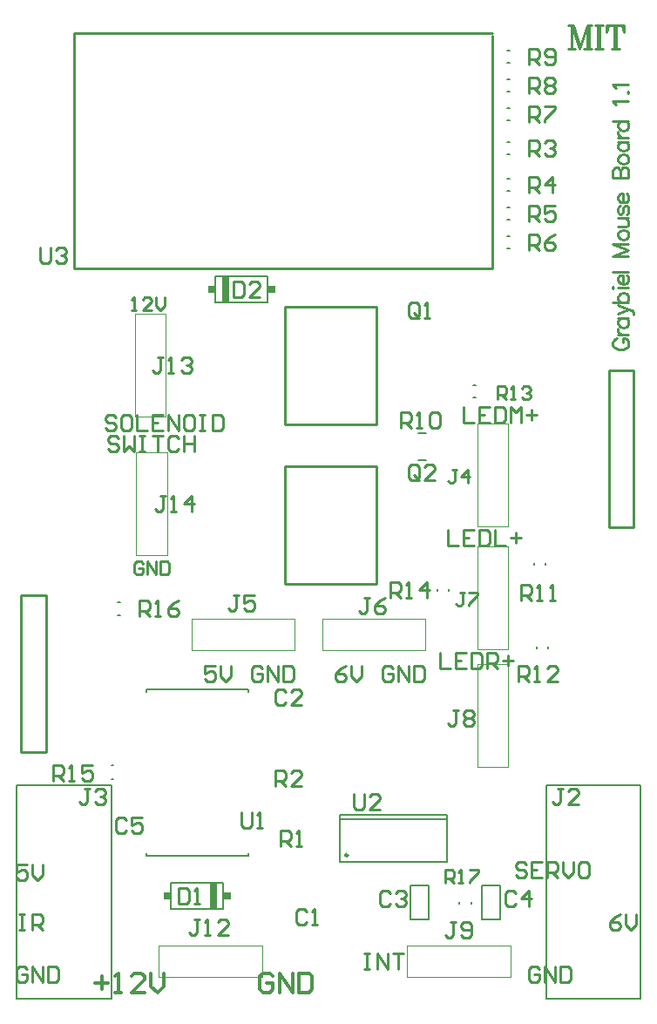
<source format=gto>
G04 Layer_Color=15132400*
%FSLAX25Y25*%
%MOIN*%
G70*
G01*
G75*
%ADD20C,0.01200*%
%ADD23C,0.01000*%
%ADD41C,0.00984*%
%ADD42C,0.00787*%
%ADD43C,0.00394*%
%ADD44C,0.00800*%
%ADD45C,0.00500*%
%ADD46R,0.03000X0.02550*%
%ADD47R,0.02992X0.02550*%
%ADD48R,0.02500X0.10000*%
D20*
X203998Y124248D02*
X202749Y125498D01*
X200250D01*
X199000Y124248D01*
Y119250D01*
X200250Y118000D01*
X202749D01*
X203998Y119250D01*
Y121749D01*
X201499D01*
X206498Y118000D02*
Y125498D01*
X211496Y118000D01*
Y125498D01*
X213995D02*
Y118000D01*
X217744D01*
X218993Y119250D01*
Y124248D01*
X217744Y125498D01*
X213995D01*
X136000Y121749D02*
X140998D01*
X138499Y124248D02*
Y119250D01*
X143498Y118000D02*
X145997D01*
X144747D01*
Y125498D01*
X143498Y124248D01*
X154744Y118000D02*
X149746D01*
X154744Y122998D01*
Y124248D01*
X153494Y125498D01*
X150995D01*
X149746Y124248D01*
X157243Y125498D02*
Y120499D01*
X159742Y118000D01*
X162241Y120499D01*
Y125498D01*
D23*
X128000Y395000D02*
Y485000D01*
X288000D01*
Y395000D02*
Y484000D01*
X128000Y395000D02*
X288000D01*
X208500Y274500D02*
Y319500D01*
X243500D01*
Y274500D02*
Y319500D01*
X208500Y274500D02*
X243500D01*
X208500Y335500D02*
Y380500D01*
X243500D01*
Y335500D02*
Y380500D01*
X208500Y335500D02*
X243500D01*
X342000Y296000D02*
Y356000D01*
X332400Y296000D02*
Y356000D01*
Y296000D02*
X342000D01*
X332400Y356000D02*
X342000D01*
X107500Y210000D02*
Y270000D01*
X117100Y210000D02*
Y270000D01*
X107500D02*
X117100D01*
X107500Y210000D02*
X117100D01*
X216999Y148998D02*
X215999Y149998D01*
X214000D01*
X213000Y148998D01*
Y145000D01*
X214000Y144000D01*
X215999D01*
X216999Y145000D01*
X218998Y144000D02*
X220997D01*
X219998D01*
Y149998D01*
X218998Y148998D01*
X208999Y232998D02*
X207999Y233998D01*
X206000D01*
X205000Y232998D01*
Y229000D01*
X206000Y228000D01*
X207999D01*
X208999Y229000D01*
X214997Y228000D02*
X210998D01*
X214997Y231999D01*
Y232998D01*
X213997Y233998D01*
X211998D01*
X210998Y232998D01*
X248999Y155998D02*
X247999Y156998D01*
X246000D01*
X245000Y155998D01*
Y152000D01*
X246000Y151000D01*
X247999D01*
X248999Y152000D01*
X250998Y155998D02*
X251998Y156998D01*
X253997D01*
X254997Y155998D01*
Y154999D01*
X253997Y153999D01*
X252997D01*
X253997D01*
X254997Y152999D01*
Y152000D01*
X253997Y151000D01*
X251998D01*
X250998Y152000D01*
X296999Y155998D02*
X295999Y156998D01*
X294000D01*
X293000Y155998D01*
Y152000D01*
X294000Y151000D01*
X295999D01*
X296999Y152000D01*
X301997Y151000D02*
Y156998D01*
X298998Y153999D01*
X302997D01*
X147999Y183998D02*
X146999Y184998D01*
X145000D01*
X144000Y183998D01*
Y180000D01*
X145000Y179000D01*
X146999D01*
X147999Y180000D01*
X153997Y184998D02*
X149998D01*
Y181999D01*
X151997Y182999D01*
X152997D01*
X153997Y181999D01*
Y180000D01*
X152997Y179000D01*
X150998D01*
X149998Y180000D01*
X168000Y157998D02*
Y152000D01*
X170999D01*
X171999Y153000D01*
Y156998D01*
X170999Y157998D01*
X168000D01*
X173998Y152000D02*
X175997D01*
X174998D01*
Y157998D01*
X173998Y156998D01*
X189000Y389998D02*
Y384000D01*
X191999D01*
X192999Y385000D01*
Y388998D01*
X191999Y389998D01*
X189000D01*
X198997Y384000D02*
X194998D01*
X198997Y387999D01*
Y388998D01*
X197997Y389998D01*
X195998D01*
X194998Y388998D01*
X314999Y195998D02*
X312999D01*
X313999D01*
Y191000D01*
X312999Y190000D01*
X312000D01*
X311000Y191000D01*
X320997Y190000D02*
X316998D01*
X320997Y193999D01*
Y194998D01*
X319997Y195998D01*
X317998D01*
X316998Y194998D01*
X133999Y195998D02*
X131999D01*
X132999D01*
Y191000D01*
X131999Y190000D01*
X131000D01*
X130000Y191000D01*
X135998Y194998D02*
X136998Y195998D01*
X138997D01*
X139997Y194998D01*
Y193999D01*
X138997Y192999D01*
X137997D01*
X138997D01*
X139997Y191999D01*
Y191000D01*
X138997Y190000D01*
X136998D01*
X135998Y191000D01*
X274332Y317998D02*
X272666D01*
X273499D01*
Y313833D01*
X272666Y313000D01*
X271833D01*
X271000Y313833D01*
X278498Y313000D02*
Y317998D01*
X275998Y315499D01*
X279331D01*
X190999Y269998D02*
X188999D01*
X189999D01*
Y265000D01*
X188999Y264000D01*
X188000D01*
X187000Y265000D01*
X196997Y269998D02*
X192998D01*
Y266999D01*
X194997Y267999D01*
X195997D01*
X196997Y266999D01*
Y265000D01*
X195997Y264000D01*
X193998D01*
X192998Y265000D01*
X240999Y268998D02*
X238999D01*
X239999D01*
Y264000D01*
X238999Y263000D01*
X238000D01*
X237000Y264000D01*
X246997Y268998D02*
X244997Y267998D01*
X242998Y265999D01*
Y264000D01*
X243998Y263000D01*
X245997D01*
X246997Y264000D01*
Y264999D01*
X245997Y265999D01*
X242998D01*
X277332Y270998D02*
X275666D01*
X276499D01*
Y266833D01*
X275666Y266000D01*
X274833D01*
X274000Y266833D01*
X278998Y270998D02*
X282331D01*
Y270165D01*
X278998Y266833D01*
Y266000D01*
X274999Y225998D02*
X272999D01*
X273999D01*
Y221000D01*
X272999Y220000D01*
X272000D01*
X271000Y221000D01*
X276998Y224998D02*
X277998Y225998D01*
X279997D01*
X280997Y224998D01*
Y223999D01*
X279997Y222999D01*
X280997Y221999D01*
Y221000D01*
X279997Y220000D01*
X277998D01*
X276998Y221000D01*
Y221999D01*
X277998Y222999D01*
X276998Y223999D01*
Y224998D01*
X277998Y222999D02*
X279997D01*
X273999Y144998D02*
X271999D01*
X272999D01*
Y140000D01*
X271999Y139000D01*
X271000D01*
X270000Y140000D01*
X275998D02*
X276998Y139000D01*
X278997D01*
X279997Y140000D01*
Y143998D01*
X278997Y144998D01*
X276998D01*
X275998Y143998D01*
Y142999D01*
X276998Y141999D01*
X279997D01*
X175999Y145998D02*
X173999D01*
X174999D01*
Y141000D01*
X173999Y140000D01*
X173000D01*
X172000Y141000D01*
X177998Y140000D02*
X179997D01*
X178998D01*
Y145998D01*
X177998Y144998D01*
X186995Y140000D02*
X182996D01*
X186995Y143999D01*
Y144998D01*
X185995Y145998D01*
X183996D01*
X182996Y144998D01*
X161999Y360998D02*
X159999D01*
X160999D01*
Y356000D01*
X159999Y355000D01*
X159000D01*
X158000Y356000D01*
X163998Y355000D02*
X165997D01*
X164998D01*
Y360998D01*
X163998Y359998D01*
X168996D02*
X169996Y360998D01*
X171995D01*
X172995Y359998D01*
Y358999D01*
X171995Y357999D01*
X170996D01*
X171995D01*
X172995Y356999D01*
Y356000D01*
X171995Y355000D01*
X169996D01*
X168996Y356000D01*
X162999Y307998D02*
X160999D01*
X161999D01*
Y303000D01*
X160999Y302000D01*
X160000D01*
X159000Y303000D01*
X164998Y302000D02*
X166997D01*
X165998D01*
Y307998D01*
X164998Y306998D01*
X172995Y302000D02*
Y307998D01*
X169996Y304999D01*
X173995D01*
X259999Y377000D02*
Y380998D01*
X258999Y381998D01*
X257000D01*
X256000Y380998D01*
Y377000D01*
X257000Y376000D01*
X258999D01*
X257999Y377999D02*
X259999Y376000D01*
X258999D02*
X259999Y377000D01*
X261998Y376000D02*
X263997D01*
X262998D01*
Y381998D01*
X261998Y380998D01*
X259999Y315000D02*
Y318998D01*
X258999Y319998D01*
X257000D01*
X256000Y318998D01*
Y315000D01*
X257000Y314000D01*
X258999D01*
X257999Y315999D02*
X259999Y314000D01*
X258999D02*
X259999Y315000D01*
X265997Y314000D02*
X261998D01*
X265997Y317999D01*
Y318998D01*
X264997Y319998D01*
X262998D01*
X261998Y318998D01*
X207000Y174000D02*
Y179998D01*
X209999D01*
X210999Y178998D01*
Y176999D01*
X209999Y175999D01*
X207000D01*
X208999D02*
X210999Y174000D01*
X212998D02*
X214997D01*
X213998D01*
Y179998D01*
X212998Y178998D01*
X205000Y197000D02*
Y202998D01*
X207999D01*
X208999Y201998D01*
Y199999D01*
X207999Y198999D01*
X205000D01*
X206999D02*
X208999Y197000D01*
X214997D02*
X210998D01*
X214997Y200999D01*
Y201998D01*
X213997Y202998D01*
X211998D01*
X210998Y201998D01*
X302000Y438000D02*
Y443998D01*
X304999D01*
X305999Y442998D01*
Y440999D01*
X304999Y439999D01*
X302000D01*
X303999D02*
X305999Y438000D01*
X307998Y442998D02*
X308998Y443998D01*
X310997D01*
X311997Y442998D01*
Y441999D01*
X310997Y440999D01*
X309997D01*
X310997D01*
X311997Y439999D01*
Y439000D01*
X310997Y438000D01*
X308998D01*
X307998Y439000D01*
X302000Y424000D02*
Y429998D01*
X304999D01*
X305999Y428998D01*
Y426999D01*
X304999Y425999D01*
X302000D01*
X303999D02*
X305999Y424000D01*
X310997D02*
Y429998D01*
X307998Y426999D01*
X311997D01*
X302000Y413000D02*
Y418998D01*
X304999D01*
X305999Y417998D01*
Y415999D01*
X304999Y414999D01*
X302000D01*
X303999D02*
X305999Y413000D01*
X311997Y418998D02*
X307998D01*
Y415999D01*
X309997Y416999D01*
X310997D01*
X311997Y415999D01*
Y414000D01*
X310997Y413000D01*
X308998D01*
X307998Y414000D01*
X302000Y402000D02*
Y407998D01*
X304999D01*
X305999Y406998D01*
Y404999D01*
X304999Y403999D01*
X302000D01*
X303999D02*
X305999Y402000D01*
X311997Y407998D02*
X309997Y406998D01*
X307998Y404999D01*
Y403000D01*
X308998Y402000D01*
X310997D01*
X311997Y403000D01*
Y403999D01*
X310997Y404999D01*
X307998D01*
X302000Y451000D02*
Y456998D01*
X304999D01*
X305999Y455998D01*
Y453999D01*
X304999Y452999D01*
X302000D01*
X303999D02*
X305999Y451000D01*
X307998Y456998D02*
X311997D01*
Y455998D01*
X307998Y452000D01*
Y451000D01*
X302000Y462000D02*
Y467998D01*
X304999D01*
X305999Y466998D01*
Y464999D01*
X304999Y463999D01*
X302000D01*
X303999D02*
X305999Y462000D01*
X307998Y466998D02*
X308998Y467998D01*
X310997D01*
X311997Y466998D01*
Y465999D01*
X310997Y464999D01*
X311997Y463999D01*
Y463000D01*
X310997Y462000D01*
X308998D01*
X307998Y463000D01*
Y463999D01*
X308998Y464999D01*
X307998Y465999D01*
Y466998D01*
X308998Y464999D02*
X310997D01*
X302000Y473000D02*
Y478998D01*
X304999D01*
X305999Y477998D01*
Y475999D01*
X304999Y474999D01*
X302000D01*
X303999D02*
X305999Y473000D01*
X307998Y474000D02*
X308998Y473000D01*
X310997D01*
X311997Y474000D01*
Y477998D01*
X310997Y478998D01*
X308998D01*
X307998Y477998D01*
Y476999D01*
X308998Y475999D01*
X311997D01*
X253000Y334000D02*
Y339998D01*
X255999D01*
X256999Y338998D01*
Y336999D01*
X255999Y335999D01*
X253000D01*
X254999D02*
X256999Y334000D01*
X258998D02*
X260997D01*
X259998D01*
Y339998D01*
X258998Y338998D01*
X263996D02*
X264996Y339998D01*
X266996D01*
X267995Y338998D01*
Y335000D01*
X266996Y334000D01*
X264996D01*
X263996Y335000D01*
Y338998D01*
X299000Y268000D02*
Y273998D01*
X301999D01*
X302999Y272998D01*
Y270999D01*
X301999Y269999D01*
X299000D01*
X300999D02*
X302999Y268000D01*
X304998D02*
X306997D01*
X305998D01*
Y273998D01*
X304998Y272998D01*
X309996Y268000D02*
X311996D01*
X310996D01*
Y273998D01*
X309996Y272998D01*
X298000Y237000D02*
Y242998D01*
X300999D01*
X301999Y241998D01*
Y239999D01*
X300999Y238999D01*
X298000D01*
X299999D02*
X301999Y237000D01*
X303998D02*
X305997D01*
X304998D01*
Y242998D01*
X303998Y241998D01*
X312995Y237000D02*
X308996D01*
X312995Y240999D01*
Y241998D01*
X311996Y242998D01*
X309996D01*
X308996Y241998D01*
X290000Y345000D02*
Y349998D01*
X292499D01*
X293332Y349165D01*
Y347499D01*
X292499Y346666D01*
X290000D01*
X291666D02*
X293332Y345000D01*
X294998D02*
X296665D01*
X295831D01*
Y349998D01*
X294998Y349165D01*
X299164D02*
X299997Y349998D01*
X301663D01*
X302496Y349165D01*
Y348332D01*
X301663Y347499D01*
X300830D01*
X301663D01*
X302496Y346666D01*
Y345833D01*
X301663Y345000D01*
X299997D01*
X299164Y345833D01*
X249000Y269000D02*
Y274998D01*
X251999D01*
X252999Y273998D01*
Y271999D01*
X251999Y270999D01*
X249000D01*
X250999D02*
X252999Y269000D01*
X254998D02*
X256997D01*
X255998D01*
Y274998D01*
X254998Y273998D01*
X262996Y269000D02*
Y274998D01*
X259996Y271999D01*
X263995D01*
X120000Y199000D02*
Y204998D01*
X122999D01*
X123999Y203998D01*
Y201999D01*
X122999Y200999D01*
X120000D01*
X121999D02*
X123999Y199000D01*
X125998D02*
X127997D01*
X126998D01*
Y204998D01*
X125998Y203998D01*
X134995Y204998D02*
X130996D01*
Y201999D01*
X132996Y202999D01*
X133995D01*
X134995Y201999D01*
Y200000D01*
X133995Y199000D01*
X131996D01*
X130996Y200000D01*
X153000Y262000D02*
Y267998D01*
X155999D01*
X156999Y266998D01*
Y264999D01*
X155999Y263999D01*
X153000D01*
X154999D02*
X156999Y262000D01*
X158998D02*
X160997D01*
X159998D01*
Y267998D01*
X158998Y266998D01*
X167995Y267998D02*
X165996Y266998D01*
X163996Y264999D01*
Y263000D01*
X164996Y262000D01*
X166996D01*
X167995Y263000D01*
Y263999D01*
X166996Y264999D01*
X163996D01*
X270000Y160000D02*
Y164998D01*
X272499D01*
X273332Y164165D01*
Y162499D01*
X272499Y161666D01*
X270000D01*
X271666D02*
X273332Y160000D01*
X274998D02*
X276664D01*
X275831D01*
Y164998D01*
X274998Y164165D01*
X279164Y164998D02*
X282496D01*
Y164165D01*
X279164Y160833D01*
Y160000D01*
X192000Y186998D02*
Y182000D01*
X193000Y181000D01*
X194999D01*
X195999Y182000D01*
Y186998D01*
X197998Y181000D02*
X199997D01*
X198998D01*
Y186998D01*
X197998Y185998D01*
X235000Y193998D02*
Y189000D01*
X236000Y188000D01*
X237999D01*
X238999Y189000D01*
Y193998D01*
X244997Y188000D02*
X240998D01*
X244997Y191999D01*
Y192998D01*
X243997Y193998D01*
X241998D01*
X240998Y192998D01*
X115000Y402998D02*
Y398000D01*
X116000Y397000D01*
X117999D01*
X118999Y398000D01*
Y402998D01*
X120998Y401998D02*
X121998Y402998D01*
X123997D01*
X124997Y401998D01*
Y400999D01*
X123997Y399999D01*
X122997D01*
X123997D01*
X124997Y398999D01*
Y398000D01*
X123997Y397000D01*
X121998D01*
X120998Y398000D01*
X239000Y132998D02*
X240999D01*
X240000D01*
Y127000D01*
X239000D01*
X240999D01*
X243998D02*
Y132998D01*
X247997Y127000D01*
Y132998D01*
X249996D02*
X253995D01*
X251996D01*
Y127000D01*
X271000Y294998D02*
Y289000D01*
X274999D01*
X280997Y294998D02*
X276998D01*
Y289000D01*
X280997D01*
X276998Y291999D02*
X278997D01*
X282996Y294998D02*
Y289000D01*
X285995D01*
X286995Y290000D01*
Y293998D01*
X285995Y294998D01*
X282996D01*
X288994D02*
Y289000D01*
X292993D01*
X294992Y291999D02*
X298991D01*
X296992Y293998D02*
Y290000D01*
X268000Y247998D02*
Y242000D01*
X271999D01*
X277997Y247998D02*
X273998D01*
Y242000D01*
X277997D01*
X273998Y244999D02*
X275997D01*
X279996Y247998D02*
Y242000D01*
X282995D01*
X283995Y243000D01*
Y246998D01*
X282995Y247998D01*
X279996D01*
X285994Y242000D02*
Y247998D01*
X288993D01*
X289993Y246998D01*
Y244999D01*
X288993Y243999D01*
X285994D01*
X287994D02*
X289993Y242000D01*
X291992Y244999D02*
X295991D01*
X293992Y246998D02*
Y243000D01*
X277000Y341998D02*
Y336000D01*
X280999D01*
X286997Y341998D02*
X282998D01*
Y336000D01*
X286997D01*
X282998Y338999D02*
X284997D01*
X288996Y341998D02*
Y336000D01*
X291995D01*
X292995Y337000D01*
Y340998D01*
X291995Y341998D01*
X288996D01*
X294994Y336000D02*
Y341998D01*
X296993Y339999D01*
X298993Y341998D01*
Y336000D01*
X300992Y338999D02*
X304991D01*
X302992Y340998D02*
Y337000D01*
X231999Y242998D02*
X229999Y241998D01*
X228000Y239999D01*
Y238000D01*
X229000Y237000D01*
X230999D01*
X231999Y238000D01*
Y238999D01*
X230999Y239999D01*
X228000D01*
X233998Y242998D02*
Y238999D01*
X235997Y237000D01*
X237997Y238999D01*
Y242998D01*
X249993Y241998D02*
X248993Y242998D01*
X246994D01*
X245994Y241998D01*
Y238000D01*
X246994Y237000D01*
X248993D01*
X249993Y238000D01*
Y239999D01*
X247993D01*
X251992Y237000D02*
Y242998D01*
X255991Y237000D01*
Y242998D01*
X257990D02*
Y237000D01*
X260989D01*
X261989Y238000D01*
Y241998D01*
X260989Y242998D01*
X257990D01*
X181999D02*
X178000D01*
Y239999D01*
X179999Y240999D01*
X180999D01*
X181999Y239999D01*
Y238000D01*
X180999Y237000D01*
X179000D01*
X178000Y238000D01*
X183998Y242998D02*
Y238999D01*
X185997Y237000D01*
X187997Y238999D01*
Y242998D01*
X199993Y241998D02*
X198993Y242998D01*
X196994D01*
X195994Y241998D01*
Y238000D01*
X196994Y237000D01*
X198993D01*
X199993Y238000D01*
Y239999D01*
X197994D01*
X201992Y237000D02*
Y242998D01*
X205991Y237000D01*
Y242998D01*
X207990D02*
Y237000D01*
X210989D01*
X211989Y238000D01*
Y241998D01*
X210989Y242998D01*
X207990D01*
X305999Y126998D02*
X304999Y127998D01*
X303000D01*
X302000Y126998D01*
Y123000D01*
X303000Y122000D01*
X304999D01*
X305999Y123000D01*
Y124999D01*
X303999D01*
X307998Y122000D02*
Y127998D01*
X311997Y122000D01*
Y127998D01*
X313996D02*
Y122000D01*
X316995D01*
X317995Y123000D01*
Y126998D01*
X316995Y127998D01*
X313996D01*
X109999Y126998D02*
X108999Y127998D01*
X107000D01*
X106000Y126998D01*
Y123000D01*
X107000Y122000D01*
X108999D01*
X109999Y123000D01*
Y124999D01*
X107999D01*
X111998Y122000D02*
Y127998D01*
X115997Y122000D01*
Y127998D01*
X117996D02*
Y122000D01*
X120995D01*
X121995Y123000D01*
Y126998D01*
X120995Y127998D01*
X117996D01*
X336999Y147998D02*
X334999Y146998D01*
X333000Y144999D01*
Y143000D01*
X334000Y142000D01*
X335999D01*
X336999Y143000D01*
Y143999D01*
X335999Y144999D01*
X333000D01*
X338998Y147998D02*
Y143999D01*
X340997Y142000D01*
X342997Y143999D01*
Y147998D01*
X300999Y166998D02*
X299999Y167998D01*
X298000D01*
X297000Y166998D01*
Y165999D01*
X298000Y164999D01*
X299999D01*
X300999Y163999D01*
Y163000D01*
X299999Y162000D01*
X298000D01*
X297000Y163000D01*
X306997Y167998D02*
X302998D01*
Y162000D01*
X306997D01*
X302998Y164999D02*
X304997D01*
X308996Y162000D02*
Y167998D01*
X311995D01*
X312995Y166998D01*
Y164999D01*
X311995Y163999D01*
X308996D01*
X310996D02*
X312995Y162000D01*
X314994Y167998D02*
Y163999D01*
X316993Y162000D01*
X318993Y163999D01*
Y167998D01*
X323991D02*
X321992D01*
X320992Y166998D01*
Y163000D01*
X321992Y162000D01*
X323991D01*
X324991Y163000D01*
Y166998D01*
X323991Y167998D01*
X109999Y166998D02*
X106000D01*
Y163999D01*
X107999Y164999D01*
X108999D01*
X109999Y163999D01*
Y162000D01*
X108999Y161000D01*
X107000D01*
X106000Y162000D01*
X111998Y166998D02*
Y162999D01*
X113997Y161000D01*
X115997Y162999D01*
Y166998D01*
X107000Y147998D02*
X108999D01*
X108000D01*
Y142000D01*
X107000D01*
X108999D01*
X111998D02*
Y147998D01*
X114997D01*
X115997Y146998D01*
Y144999D01*
X114997Y143999D01*
X111998D01*
X113998D02*
X115997Y142000D01*
X144999Y329998D02*
X143999Y330998D01*
X142000D01*
X141000Y329998D01*
Y328999D01*
X142000Y327999D01*
X143999D01*
X144999Y326999D01*
Y326000D01*
X143999Y325000D01*
X142000D01*
X141000Y326000D01*
X146998Y330998D02*
Y325000D01*
X148997Y326999D01*
X150997Y325000D01*
Y330998D01*
X152996D02*
X154996D01*
X153996D01*
Y325000D01*
X152996D01*
X154996D01*
X157994Y330998D02*
X161993D01*
X159994D01*
Y325000D01*
X167991Y329998D02*
X166992Y330998D01*
X164992D01*
X163993Y329998D01*
Y326000D01*
X164992Y325000D01*
X166992D01*
X167991Y326000D01*
X169991Y330998D02*
Y325000D01*
Y327999D01*
X173989D01*
Y330998D01*
Y325000D01*
X143999Y337998D02*
X142999Y338998D01*
X141000D01*
X140000Y337998D01*
Y336999D01*
X141000Y335999D01*
X142999D01*
X143999Y334999D01*
Y334000D01*
X142999Y333000D01*
X141000D01*
X140000Y334000D01*
X148997Y338998D02*
X146998D01*
X145998Y337998D01*
Y334000D01*
X146998Y333000D01*
X148997D01*
X149997Y334000D01*
Y337998D01*
X148997Y338998D01*
X151996D02*
Y333000D01*
X155995D01*
X161993Y338998D02*
X157994D01*
Y333000D01*
X161993D01*
X157994Y335999D02*
X159994D01*
X163992Y333000D02*
Y338998D01*
X167991Y333000D01*
Y338998D01*
X172989D02*
X170990D01*
X169990Y337998D01*
Y334000D01*
X170990Y333000D01*
X172989D01*
X173989Y334000D01*
Y337998D01*
X172989Y338998D01*
X175988D02*
X177988D01*
X176988D01*
Y333000D01*
X175988D01*
X177988D01*
X180987Y338998D02*
Y333000D01*
X183986D01*
X184985Y334000D01*
Y337998D01*
X183986Y338998D01*
X180987D01*
X335430Y368285D02*
X334858Y367999D01*
X334287Y367428D01*
X334001Y366857D01*
Y365714D01*
X334287Y365143D01*
X334858Y364571D01*
X335430Y364286D01*
X336286Y364000D01*
X337715D01*
X338572Y364286D01*
X339143Y364571D01*
X339714Y365143D01*
X340000Y365714D01*
Y366857D01*
X339714Y367428D01*
X339143Y367999D01*
X338572Y368285D01*
X337715D01*
Y366857D02*
Y368285D01*
X336001Y369656D02*
X340000D01*
X337715D02*
X336858Y369942D01*
X336286Y370513D01*
X336001Y371084D01*
Y371941D01*
Y375912D02*
X340000D01*
X336858D02*
X336286Y375340D01*
X336001Y374769D01*
Y373912D01*
X336286Y373341D01*
X336858Y372769D01*
X337715Y372484D01*
X338286D01*
X339143Y372769D01*
X339714Y373341D01*
X340000Y373912D01*
Y374769D01*
X339714Y375340D01*
X339143Y375912D01*
X336001Y377797D02*
X340000Y379511D01*
X336001Y381225D02*
X340000Y379511D01*
X341143Y378940D01*
X341714Y378368D01*
X342000Y377797D01*
Y377511D01*
X334001Y382225D02*
X340000D01*
X336858D02*
X336286Y382796D01*
X336001Y383367D01*
Y384224D01*
X336286Y384796D01*
X336858Y385367D01*
X337715Y385652D01*
X338286D01*
X339143Y385367D01*
X339714Y384796D01*
X340000Y384224D01*
Y383367D01*
X339714Y382796D01*
X339143Y382225D01*
X334001Y387509D02*
X334287Y387795D01*
X334001Y388081D01*
X333716Y387795D01*
X334001Y387509D01*
X336001Y387795D02*
X340000D01*
X337715Y389138D02*
Y392565D01*
X337143D01*
X336572Y392280D01*
X336286Y391994D01*
X336001Y391423D01*
Y390566D01*
X336286Y389994D01*
X336858Y389423D01*
X337715Y389138D01*
X338286D01*
X339143Y389423D01*
X339714Y389994D01*
X340000Y390566D01*
Y391423D01*
X339714Y391994D01*
X339143Y392565D01*
X334001Y393851D02*
X340000D01*
X334001Y399821D02*
X340000D01*
X334001D02*
X340000Y402106D01*
X334001Y404391D02*
X340000Y402106D01*
X334001Y404391D02*
X340000D01*
X336001Y407534D02*
X336286Y406962D01*
X336858Y406391D01*
X337715Y406105D01*
X338286D01*
X339143Y406391D01*
X339714Y406962D01*
X340000Y407534D01*
Y408391D01*
X339714Y408962D01*
X339143Y409533D01*
X338286Y409819D01*
X337715D01*
X336858Y409533D01*
X336286Y408962D01*
X336001Y408391D01*
Y407534D01*
Y411133D02*
X338857D01*
X339714Y411418D01*
X340000Y411990D01*
Y412847D01*
X339714Y413418D01*
X338857Y414275D01*
X336001D02*
X340000D01*
X336858Y418988D02*
X336286Y418703D01*
X336001Y417846D01*
Y416989D01*
X336286Y416132D01*
X336858Y415846D01*
X337429Y416132D01*
X337715Y416703D01*
X338000Y418131D01*
X338286Y418703D01*
X338857Y418988D01*
X339143D01*
X339714Y418703D01*
X340000Y417846D01*
Y416989D01*
X339714Y416132D01*
X339143Y415846D01*
X337715Y420245D02*
Y423673D01*
X337143D01*
X336572Y423387D01*
X336286Y423102D01*
X336001Y422530D01*
Y421673D01*
X336286Y421102D01*
X336858Y420531D01*
X337715Y420245D01*
X338286D01*
X339143Y420531D01*
X339714Y421102D01*
X340000Y421673D01*
Y422530D01*
X339714Y423102D01*
X339143Y423673D01*
X334001Y429672D02*
X340000D01*
X334001D02*
Y432243D01*
X334287Y433100D01*
X334573Y433385D01*
X335144Y433671D01*
X335715D01*
X336286Y433385D01*
X336572Y433100D01*
X336858Y432243D01*
Y429672D02*
Y432243D01*
X337143Y433100D01*
X337429Y433385D01*
X338000Y433671D01*
X338857D01*
X339429Y433385D01*
X339714Y433100D01*
X340000Y432243D01*
Y429672D01*
X336001Y436442D02*
X336286Y435870D01*
X336858Y435299D01*
X337715Y435013D01*
X338286D01*
X339143Y435299D01*
X339714Y435870D01*
X340000Y436442D01*
Y437299D01*
X339714Y437870D01*
X339143Y438441D01*
X338286Y438727D01*
X337715D01*
X336858Y438441D01*
X336286Y437870D01*
X336001Y437299D01*
Y436442D01*
Y443469D02*
X340000D01*
X336858D02*
X336286Y442897D01*
X336001Y442326D01*
Y441469D01*
X336286Y440898D01*
X336858Y440326D01*
X337715Y440041D01*
X338286D01*
X339143Y440326D01*
X339714Y440898D01*
X340000Y441469D01*
Y442326D01*
X339714Y442897D01*
X339143Y443469D01*
X336001Y445068D02*
X340000D01*
X337715D02*
X336858Y445354D01*
X336286Y445925D01*
X336001Y446497D01*
Y447354D01*
X334001Y451324D02*
X340000D01*
X336858D02*
X336286Y450753D01*
X336001Y450181D01*
Y449325D01*
X336286Y448753D01*
X336858Y448182D01*
X337715Y447896D01*
X338286D01*
X339143Y448182D01*
X339714Y448753D01*
X340000Y449325D01*
Y450181D01*
X339714Y450753D01*
X339143Y451324D01*
X335144Y457637D02*
X334858Y458208D01*
X334001Y459065D01*
X340000D01*
X339429Y462322D02*
X339714Y462036D01*
X340000Y462322D01*
X339714Y462607D01*
X339429Y462322D01*
X335144Y463921D02*
X334858Y464493D01*
X334001Y465350D01*
X340000D01*
X318285Y487998D02*
Y479000D01*
X318714Y487998D02*
X321285Y480285D01*
X318285Y487998D02*
X321285Y479000D01*
X324284Y487998D02*
X321285Y479000D01*
X324284Y487998D02*
Y479000D01*
X324713Y487998D02*
Y479000D01*
X317000Y487998D02*
X318714D01*
X324284D02*
X325998D01*
X317000Y479000D02*
X319571D01*
X322999D02*
X325998D01*
X328312Y487998D02*
Y479000D01*
X328740Y487998D02*
Y479000D01*
X327026Y487998D02*
X330026D01*
X327026Y479000D02*
X330026D01*
X334653Y487998D02*
Y479000D01*
X335082Y487998D02*
Y479000D01*
X332083Y487998D02*
X331654Y485427D01*
Y487998D01*
X338081D01*
Y485427D01*
X337653Y487998D01*
X333368Y479000D02*
X336367D01*
X150000Y379000D02*
X151666D01*
X150833D01*
Y383998D01*
X150000Y383165D01*
X157498Y379000D02*
X154165D01*
X157498Y382332D01*
Y383165D01*
X156665Y383998D01*
X154998D01*
X154165Y383165D01*
X159164Y383998D02*
Y380666D01*
X160830Y379000D01*
X162496Y380666D01*
Y383998D01*
X154332Y282165D02*
X153499Y282998D01*
X151833D01*
X151000Y282165D01*
Y278833D01*
X151833Y278000D01*
X153499D01*
X154332Y278833D01*
Y280499D01*
X152666D01*
X155998Y278000D02*
Y282998D01*
X159331Y278000D01*
Y282998D01*
X160997D02*
Y278000D01*
X163496D01*
X164329Y278833D01*
Y282165D01*
X163496Y282998D01*
X160997D01*
D41*
X232579Y170669D02*
G03*
X232579Y170669I-492J0D01*
G01*
D42*
X259425Y321882D02*
X262575D01*
X259425Y332118D02*
X262575D01*
X155500Y234000D02*
X194500D01*
X155500Y170500D02*
X194500D01*
X155500D02*
Y171500D01*
X194500Y170500D02*
Y171500D01*
Y233000D02*
Y234000D01*
X155500Y233000D02*
Y234000D01*
X271264Y271606D02*
Y272394D01*
X266736Y271606D02*
Y272394D01*
X304736Y249606D02*
Y250394D01*
X309264Y249606D02*
Y250394D01*
X275236Y152106D02*
Y152894D01*
X279764Y152106D02*
Y152894D01*
X229528Y186220D02*
X270472D01*
Y168110D02*
Y186220D01*
X229528Y168110D02*
X270472D01*
X229528D02*
Y186220D01*
Y184252D02*
X270472D01*
X142106Y205157D02*
X142894D01*
X142106Y199843D02*
X142894D01*
X144606Y262539D02*
X145394D01*
X144606Y267461D02*
X145394D01*
X303736Y281606D02*
Y282394D01*
X308264Y281606D02*
Y282394D01*
X280606Y350264D02*
X281394D01*
X280606Y345736D02*
X281394D01*
X293606Y418264D02*
X294394D01*
X293606Y413736D02*
X294394D01*
X293606Y407264D02*
X294394D01*
X293606Y402736D02*
X294394D01*
X293606Y462736D02*
X294394D01*
X293606Y467264D02*
X294394D01*
X293606Y429264D02*
X294394D01*
X293606Y424736D02*
X294394D01*
X293606Y443264D02*
X294394D01*
X293606Y438736D02*
X294394D01*
X293606Y451736D02*
X294394D01*
X293606Y456264D02*
X294394D01*
X293606Y473736D02*
X294394D01*
X293606Y478264D02*
X294394D01*
D43*
X282094Y249315D02*
Y288685D01*
Y249315D02*
X293906D01*
Y288685D01*
X282094D02*
X293906D01*
X282094Y204315D02*
Y243685D01*
Y204315D02*
X293906D01*
Y243685D01*
X282094D02*
X293906D01*
X255315Y124094D02*
X294685D01*
Y135906D01*
X255315D02*
X294685D01*
X255315Y124094D02*
Y135906D01*
X160315Y124094D02*
X199685D01*
Y135906D01*
X160315D02*
X199685D01*
X160315Y124094D02*
Y135906D01*
X222815Y249094D02*
X262185D01*
Y260906D01*
X222815D02*
X262185D01*
X222815Y249094D02*
Y260906D01*
X172815Y249094D02*
X212185D01*
Y260906D01*
X172815D02*
X212185D01*
X172815Y249094D02*
Y260906D01*
X151594Y285315D02*
Y324685D01*
Y285315D02*
X163406D01*
Y324685D01*
X151594D02*
X163406D01*
X151094Y338315D02*
Y377685D01*
Y338315D02*
X162906D01*
Y377685D01*
X151094D02*
X162906D01*
X282094Y296315D02*
Y335685D01*
Y296315D02*
X293906D01*
Y335685D01*
X282094D02*
X293906D01*
D44*
X308400Y115800D02*
X344600D01*
X308400D02*
X308500Y115900D01*
Y197500D01*
X344500D01*
X344600Y197400D01*
Y115800D02*
Y197400D01*
X284000Y146000D02*
X291000D01*
Y159000D01*
X284000D02*
X291000D01*
X284000Y146000D02*
Y159000D01*
X256500Y146000D02*
X263500D01*
Y159000D01*
X256500D02*
X263500D01*
X256500Y146000D02*
Y159000D01*
X105900Y115800D02*
X142100D01*
X105900D02*
X106000Y115900D01*
Y197500D01*
X142000D01*
X142100Y197400D01*
Y115800D02*
Y197400D01*
D45*
X165000Y160000D02*
X185000D01*
X165000Y150000D02*
Y160000D01*
Y150000D02*
X185000D01*
Y160000D01*
X182000Y382000D02*
X202000D01*
Y392000D01*
X182000D02*
X202000D01*
X182000Y382000D02*
Y392000D01*
D46*
X186500Y155025D02*
D03*
X180500Y386975D02*
D03*
D47*
X163504Y155025D02*
D03*
X203496Y386975D02*
D03*
D48*
X181250Y155000D02*
D03*
X185750Y387000D02*
D03*
M02*

</source>
